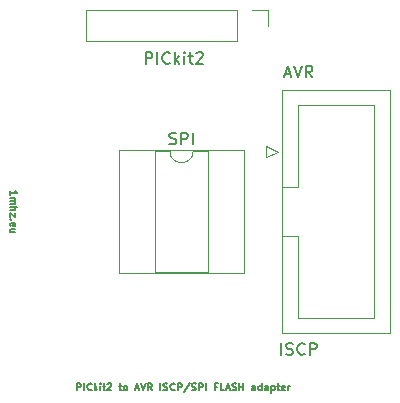
<source format=gbr>
%TF.GenerationSoftware,KiCad,Pcbnew,5.1.6*%
%TF.CreationDate,2020-09-07T14:06:32+03:00*%
%TF.ProjectId,pickit2_adapter,7069636b-6974-4325-9f61-646170746572,rev?*%
%TF.SameCoordinates,Original*%
%TF.FileFunction,Legend,Top*%
%TF.FilePolarity,Positive*%
%FSLAX46Y46*%
G04 Gerber Fmt 4.6, Leading zero omitted, Abs format (unit mm)*
G04 Created by KiCad (PCBNEW 5.1.6) date 2020-09-07 14:06:32*
%MOMM*%
%LPD*%
G01*
G04 APERTURE LIST*
%ADD10C,0.150000*%
%ADD11C,0.130000*%
%ADD12C,0.120000*%
G04 APERTURE END LIST*
D10*
X99361809Y-66873380D02*
X99361809Y-65873380D01*
X99790380Y-66825761D02*
X99933238Y-66873380D01*
X100171333Y-66873380D01*
X100266571Y-66825761D01*
X100314190Y-66778142D01*
X100361809Y-66682904D01*
X100361809Y-66587666D01*
X100314190Y-66492428D01*
X100266571Y-66444809D01*
X100171333Y-66397190D01*
X99980857Y-66349571D01*
X99885619Y-66301952D01*
X99838000Y-66254333D01*
X99790380Y-66159095D01*
X99790380Y-66063857D01*
X99838000Y-65968619D01*
X99885619Y-65921000D01*
X99980857Y-65873380D01*
X100218952Y-65873380D01*
X100361809Y-65921000D01*
X101361809Y-66778142D02*
X101314190Y-66825761D01*
X101171333Y-66873380D01*
X101076095Y-66873380D01*
X100933238Y-66825761D01*
X100838000Y-66730523D01*
X100790380Y-66635285D01*
X100742761Y-66444809D01*
X100742761Y-66301952D01*
X100790380Y-66111476D01*
X100838000Y-66016238D01*
X100933238Y-65921000D01*
X101076095Y-65873380D01*
X101171333Y-65873380D01*
X101314190Y-65921000D01*
X101361809Y-65968619D01*
X101790380Y-66873380D02*
X101790380Y-65873380D01*
X102171333Y-65873380D01*
X102266571Y-65921000D01*
X102314190Y-65968619D01*
X102361809Y-66063857D01*
X102361809Y-66206714D01*
X102314190Y-66301952D01*
X102266571Y-66349571D01*
X102171333Y-66397190D01*
X101790380Y-66397190D01*
D11*
X76436571Y-53322714D02*
X76436571Y-52979857D01*
X76436571Y-53151285D02*
X77036571Y-53151285D01*
X76950857Y-53094142D01*
X76893714Y-53037000D01*
X76865142Y-52979857D01*
X76436571Y-53579857D02*
X76836571Y-53579857D01*
X76779428Y-53579857D02*
X76808000Y-53608428D01*
X76836571Y-53665571D01*
X76836571Y-53751285D01*
X76808000Y-53808428D01*
X76750857Y-53837000D01*
X76436571Y-53837000D01*
X76750857Y-53837000D02*
X76808000Y-53865571D01*
X76836571Y-53922714D01*
X76836571Y-54008428D01*
X76808000Y-54065571D01*
X76750857Y-54094142D01*
X76436571Y-54094142D01*
X76436571Y-54379857D02*
X77036571Y-54379857D01*
X76436571Y-54637000D02*
X76750857Y-54637000D01*
X76808000Y-54608428D01*
X76836571Y-54551285D01*
X76836571Y-54465571D01*
X76808000Y-54408428D01*
X76779428Y-54379857D01*
X76836571Y-54865571D02*
X76836571Y-55179857D01*
X76436571Y-54865571D01*
X76436571Y-55179857D01*
X76493714Y-55408428D02*
X76465142Y-55437000D01*
X76436571Y-55408428D01*
X76465142Y-55379857D01*
X76493714Y-55408428D01*
X76436571Y-55408428D01*
X76465142Y-55922714D02*
X76436571Y-55865571D01*
X76436571Y-55751285D01*
X76465142Y-55694142D01*
X76522285Y-55665571D01*
X76750857Y-55665571D01*
X76808000Y-55694142D01*
X76836571Y-55751285D01*
X76836571Y-55865571D01*
X76808000Y-55922714D01*
X76750857Y-55951285D01*
X76693714Y-55951285D01*
X76636571Y-55665571D01*
X76836571Y-56465571D02*
X76436571Y-56465571D01*
X76836571Y-56208428D02*
X76522285Y-56208428D01*
X76465142Y-56237000D01*
X76436571Y-56294142D01*
X76436571Y-56379857D01*
X76465142Y-56437000D01*
X76493714Y-56465571D01*
X82087571Y-69867428D02*
X82087571Y-69267428D01*
X82316142Y-69267428D01*
X82373285Y-69296000D01*
X82401857Y-69324571D01*
X82430428Y-69381714D01*
X82430428Y-69467428D01*
X82401857Y-69524571D01*
X82373285Y-69553142D01*
X82316142Y-69581714D01*
X82087571Y-69581714D01*
X82687571Y-69867428D02*
X82687571Y-69267428D01*
X83316142Y-69810285D02*
X83287571Y-69838857D01*
X83201857Y-69867428D01*
X83144714Y-69867428D01*
X83059000Y-69838857D01*
X83001857Y-69781714D01*
X82973285Y-69724571D01*
X82944714Y-69610285D01*
X82944714Y-69524571D01*
X82973285Y-69410285D01*
X83001857Y-69353142D01*
X83059000Y-69296000D01*
X83144714Y-69267428D01*
X83201857Y-69267428D01*
X83287571Y-69296000D01*
X83316142Y-69324571D01*
X83573285Y-69867428D02*
X83573285Y-69267428D01*
X83630428Y-69638857D02*
X83801857Y-69867428D01*
X83801857Y-69467428D02*
X83573285Y-69696000D01*
X84059000Y-69867428D02*
X84059000Y-69467428D01*
X84059000Y-69267428D02*
X84030428Y-69296000D01*
X84059000Y-69324571D01*
X84087571Y-69296000D01*
X84059000Y-69267428D01*
X84059000Y-69324571D01*
X84259000Y-69467428D02*
X84487571Y-69467428D01*
X84344714Y-69267428D02*
X84344714Y-69781714D01*
X84373285Y-69838857D01*
X84430428Y-69867428D01*
X84487571Y-69867428D01*
X84659000Y-69324571D02*
X84687571Y-69296000D01*
X84744714Y-69267428D01*
X84887571Y-69267428D01*
X84944714Y-69296000D01*
X84973285Y-69324571D01*
X85001857Y-69381714D01*
X85001857Y-69438857D01*
X84973285Y-69524571D01*
X84630428Y-69867428D01*
X85001857Y-69867428D01*
X85630428Y-69467428D02*
X85859000Y-69467428D01*
X85716142Y-69267428D02*
X85716142Y-69781714D01*
X85744714Y-69838857D01*
X85801857Y-69867428D01*
X85859000Y-69867428D01*
X86144714Y-69867428D02*
X86087571Y-69838857D01*
X86059000Y-69810285D01*
X86030428Y-69753142D01*
X86030428Y-69581714D01*
X86059000Y-69524571D01*
X86087571Y-69496000D01*
X86144714Y-69467428D01*
X86230428Y-69467428D01*
X86287571Y-69496000D01*
X86316142Y-69524571D01*
X86344714Y-69581714D01*
X86344714Y-69753142D01*
X86316142Y-69810285D01*
X86287571Y-69838857D01*
X86230428Y-69867428D01*
X86144714Y-69867428D01*
X87030428Y-69696000D02*
X87316142Y-69696000D01*
X86973285Y-69867428D02*
X87173285Y-69267428D01*
X87373285Y-69867428D01*
X87487571Y-69267428D02*
X87687571Y-69867428D01*
X87887571Y-69267428D01*
X88430428Y-69867428D02*
X88230428Y-69581714D01*
X88087571Y-69867428D02*
X88087571Y-69267428D01*
X88316142Y-69267428D01*
X88373285Y-69296000D01*
X88401857Y-69324571D01*
X88430428Y-69381714D01*
X88430428Y-69467428D01*
X88401857Y-69524571D01*
X88373285Y-69553142D01*
X88316142Y-69581714D01*
X88087571Y-69581714D01*
X89144714Y-69867428D02*
X89144714Y-69267428D01*
X89401857Y-69838857D02*
X89487571Y-69867428D01*
X89630428Y-69867428D01*
X89687571Y-69838857D01*
X89716142Y-69810285D01*
X89744714Y-69753142D01*
X89744714Y-69696000D01*
X89716142Y-69638857D01*
X89687571Y-69610285D01*
X89630428Y-69581714D01*
X89516142Y-69553142D01*
X89459000Y-69524571D01*
X89430428Y-69496000D01*
X89401857Y-69438857D01*
X89401857Y-69381714D01*
X89430428Y-69324571D01*
X89459000Y-69296000D01*
X89516142Y-69267428D01*
X89659000Y-69267428D01*
X89744714Y-69296000D01*
X90344714Y-69810285D02*
X90316142Y-69838857D01*
X90230428Y-69867428D01*
X90173285Y-69867428D01*
X90087571Y-69838857D01*
X90030428Y-69781714D01*
X90001857Y-69724571D01*
X89973285Y-69610285D01*
X89973285Y-69524571D01*
X90001857Y-69410285D01*
X90030428Y-69353142D01*
X90087571Y-69296000D01*
X90173285Y-69267428D01*
X90230428Y-69267428D01*
X90316142Y-69296000D01*
X90344714Y-69324571D01*
X90601857Y-69867428D02*
X90601857Y-69267428D01*
X90830428Y-69267428D01*
X90887571Y-69296000D01*
X90916142Y-69324571D01*
X90944714Y-69381714D01*
X90944714Y-69467428D01*
X90916142Y-69524571D01*
X90887571Y-69553142D01*
X90830428Y-69581714D01*
X90601857Y-69581714D01*
X91630428Y-69238857D02*
X91116142Y-70010285D01*
X91801857Y-69838857D02*
X91887571Y-69867428D01*
X92030428Y-69867428D01*
X92087571Y-69838857D01*
X92116142Y-69810285D01*
X92144714Y-69753142D01*
X92144714Y-69696000D01*
X92116142Y-69638857D01*
X92087571Y-69610285D01*
X92030428Y-69581714D01*
X91916142Y-69553142D01*
X91859000Y-69524571D01*
X91830428Y-69496000D01*
X91801857Y-69438857D01*
X91801857Y-69381714D01*
X91830428Y-69324571D01*
X91859000Y-69296000D01*
X91916142Y-69267428D01*
X92059000Y-69267428D01*
X92144714Y-69296000D01*
X92401857Y-69867428D02*
X92401857Y-69267428D01*
X92630428Y-69267428D01*
X92687571Y-69296000D01*
X92716142Y-69324571D01*
X92744714Y-69381714D01*
X92744714Y-69467428D01*
X92716142Y-69524571D01*
X92687571Y-69553142D01*
X92630428Y-69581714D01*
X92401857Y-69581714D01*
X93001857Y-69867428D02*
X93001857Y-69267428D01*
X93944714Y-69553142D02*
X93744714Y-69553142D01*
X93744714Y-69867428D02*
X93744714Y-69267428D01*
X94030428Y-69267428D01*
X94544714Y-69867428D02*
X94259000Y-69867428D01*
X94259000Y-69267428D01*
X94716142Y-69696000D02*
X95001857Y-69696000D01*
X94659000Y-69867428D02*
X94859000Y-69267428D01*
X95059000Y-69867428D01*
X95230428Y-69838857D02*
X95316142Y-69867428D01*
X95459000Y-69867428D01*
X95516142Y-69838857D01*
X95544714Y-69810285D01*
X95573285Y-69753142D01*
X95573285Y-69696000D01*
X95544714Y-69638857D01*
X95516142Y-69610285D01*
X95459000Y-69581714D01*
X95344714Y-69553142D01*
X95287571Y-69524571D01*
X95259000Y-69496000D01*
X95230428Y-69438857D01*
X95230428Y-69381714D01*
X95259000Y-69324571D01*
X95287571Y-69296000D01*
X95344714Y-69267428D01*
X95487571Y-69267428D01*
X95573285Y-69296000D01*
X95830428Y-69867428D02*
X95830428Y-69267428D01*
X95830428Y-69553142D02*
X96173285Y-69553142D01*
X96173285Y-69867428D02*
X96173285Y-69267428D01*
X97173285Y-69867428D02*
X97173285Y-69553142D01*
X97144714Y-69496000D01*
X97087571Y-69467428D01*
X96973285Y-69467428D01*
X96916142Y-69496000D01*
X97173285Y-69838857D02*
X97116142Y-69867428D01*
X96973285Y-69867428D01*
X96916142Y-69838857D01*
X96887571Y-69781714D01*
X96887571Y-69724571D01*
X96916142Y-69667428D01*
X96973285Y-69638857D01*
X97116142Y-69638857D01*
X97173285Y-69610285D01*
X97716142Y-69867428D02*
X97716142Y-69267428D01*
X97716142Y-69838857D02*
X97659000Y-69867428D01*
X97544714Y-69867428D01*
X97487571Y-69838857D01*
X97459000Y-69810285D01*
X97430428Y-69753142D01*
X97430428Y-69581714D01*
X97459000Y-69524571D01*
X97487571Y-69496000D01*
X97544714Y-69467428D01*
X97659000Y-69467428D01*
X97716142Y-69496000D01*
X98259000Y-69867428D02*
X98259000Y-69553142D01*
X98230428Y-69496000D01*
X98173285Y-69467428D01*
X98059000Y-69467428D01*
X98001857Y-69496000D01*
X98259000Y-69838857D02*
X98201857Y-69867428D01*
X98059000Y-69867428D01*
X98001857Y-69838857D01*
X97973285Y-69781714D01*
X97973285Y-69724571D01*
X98001857Y-69667428D01*
X98059000Y-69638857D01*
X98201857Y-69638857D01*
X98259000Y-69610285D01*
X98544714Y-69467428D02*
X98544714Y-70067428D01*
X98544714Y-69496000D02*
X98601857Y-69467428D01*
X98716142Y-69467428D01*
X98773285Y-69496000D01*
X98801857Y-69524571D01*
X98830428Y-69581714D01*
X98830428Y-69753142D01*
X98801857Y-69810285D01*
X98773285Y-69838857D01*
X98716142Y-69867428D01*
X98601857Y-69867428D01*
X98544714Y-69838857D01*
X99001857Y-69467428D02*
X99230428Y-69467428D01*
X99087571Y-69267428D02*
X99087571Y-69781714D01*
X99116142Y-69838857D01*
X99173285Y-69867428D01*
X99230428Y-69867428D01*
X99659000Y-69838857D02*
X99601857Y-69867428D01*
X99487571Y-69867428D01*
X99430428Y-69838857D01*
X99401857Y-69781714D01*
X99401857Y-69553142D01*
X99430428Y-69496000D01*
X99487571Y-69467428D01*
X99601857Y-69467428D01*
X99659000Y-69496000D01*
X99687571Y-69553142D01*
X99687571Y-69610285D01*
X99401857Y-69667428D01*
X99944714Y-69867428D02*
X99944714Y-69467428D01*
X99944714Y-69581714D02*
X99973285Y-69524571D01*
X100001857Y-69496000D01*
X100059000Y-69467428D01*
X100116142Y-69467428D01*
D12*
%TO.C,SPI*%
X89932000Y-49597000D02*
X88682000Y-49597000D01*
X88682000Y-49597000D02*
X88682000Y-59877000D01*
X88682000Y-59877000D02*
X93182000Y-59877000D01*
X93182000Y-59877000D02*
X93182000Y-49597000D01*
X93182000Y-49597000D02*
X91932000Y-49597000D01*
X85682000Y-49537000D02*
X85682000Y-59937000D01*
X85682000Y-59937000D02*
X96182000Y-59937000D01*
X96182000Y-59937000D02*
X96182000Y-49537000D01*
X96182000Y-49537000D02*
X85682000Y-49537000D01*
X91932000Y-49597000D02*
G75*
G02*
X89932000Y-49597000I-1000000J0D01*
G01*
%TO.C,AVR*%
X98063000Y-50157000D02*
X99063000Y-49657000D01*
X98063000Y-49157000D02*
X98063000Y-50157000D01*
X99063000Y-49657000D02*
X98063000Y-49157000D01*
X100763000Y-56787000D02*
X99453000Y-56787000D01*
X100763000Y-56787000D02*
X100763000Y-56787000D01*
X100763000Y-63727000D02*
X100763000Y-56787000D01*
X107263000Y-63727000D02*
X100763000Y-63727000D01*
X107263000Y-45747000D02*
X107263000Y-63727000D01*
X100763000Y-45747000D02*
X107263000Y-45747000D01*
X100763000Y-52687000D02*
X100763000Y-45747000D01*
X99453000Y-52687000D02*
X100763000Y-52687000D01*
X99453000Y-65027000D02*
X99453000Y-44447000D01*
X108573000Y-65027000D02*
X99453000Y-65027000D01*
X108573000Y-44447000D02*
X108573000Y-65027000D01*
X99453000Y-44447000D02*
X108573000Y-44447000D01*
%TO.C,PICkit2*%
X98231000Y-37659000D02*
X98231000Y-38989000D01*
X96901000Y-37659000D02*
X98231000Y-37659000D01*
X95631000Y-37659000D02*
X95631000Y-40319000D01*
X95631000Y-40319000D02*
X82871000Y-40319000D01*
X95631000Y-37659000D02*
X82871000Y-37659000D01*
X82871000Y-37659000D02*
X82871000Y-40319000D01*
%TO.C,SPI*%
D10*
X89908190Y-49001761D02*
X90051047Y-49049380D01*
X90289142Y-49049380D01*
X90384380Y-49001761D01*
X90432000Y-48954142D01*
X90479619Y-48858904D01*
X90479619Y-48763666D01*
X90432000Y-48668428D01*
X90384380Y-48620809D01*
X90289142Y-48573190D01*
X90098666Y-48525571D01*
X90003428Y-48477952D01*
X89955809Y-48430333D01*
X89908190Y-48335095D01*
X89908190Y-48239857D01*
X89955809Y-48144619D01*
X90003428Y-48097000D01*
X90098666Y-48049380D01*
X90336761Y-48049380D01*
X90479619Y-48097000D01*
X90908190Y-49049380D02*
X90908190Y-48049380D01*
X91289142Y-48049380D01*
X91384380Y-48097000D01*
X91432000Y-48144619D01*
X91479619Y-48239857D01*
X91479619Y-48382714D01*
X91432000Y-48477952D01*
X91384380Y-48525571D01*
X91289142Y-48573190D01*
X90908190Y-48573190D01*
X91908190Y-49049380D02*
X91908190Y-48049380D01*
%TO.C,AVR*%
X99671333Y-43092666D02*
X100147523Y-43092666D01*
X99576095Y-43378380D02*
X99909428Y-42378380D01*
X100242761Y-43378380D01*
X100433238Y-42378380D02*
X100766571Y-43378380D01*
X101099904Y-42378380D01*
X102004666Y-43378380D02*
X101671333Y-42902190D01*
X101433238Y-43378380D02*
X101433238Y-42378380D01*
X101814190Y-42378380D01*
X101909428Y-42426000D01*
X101957047Y-42473619D01*
X102004666Y-42568857D01*
X102004666Y-42711714D01*
X101957047Y-42806952D01*
X101909428Y-42854571D01*
X101814190Y-42902190D01*
X101433238Y-42902190D01*
%TO.C,PICkit2*%
X87892238Y-42235380D02*
X87892238Y-41235380D01*
X88273190Y-41235380D01*
X88368428Y-41283000D01*
X88416047Y-41330619D01*
X88463666Y-41425857D01*
X88463666Y-41568714D01*
X88416047Y-41663952D01*
X88368428Y-41711571D01*
X88273190Y-41759190D01*
X87892238Y-41759190D01*
X88892238Y-42235380D02*
X88892238Y-41235380D01*
X89939857Y-42140142D02*
X89892238Y-42187761D01*
X89749380Y-42235380D01*
X89654142Y-42235380D01*
X89511285Y-42187761D01*
X89416047Y-42092523D01*
X89368428Y-41997285D01*
X89320809Y-41806809D01*
X89320809Y-41663952D01*
X89368428Y-41473476D01*
X89416047Y-41378238D01*
X89511285Y-41283000D01*
X89654142Y-41235380D01*
X89749380Y-41235380D01*
X89892238Y-41283000D01*
X89939857Y-41330619D01*
X90368428Y-42235380D02*
X90368428Y-41235380D01*
X90463666Y-41854428D02*
X90749380Y-42235380D01*
X90749380Y-41568714D02*
X90368428Y-41949666D01*
X91177952Y-42235380D02*
X91177952Y-41568714D01*
X91177952Y-41235380D02*
X91130333Y-41283000D01*
X91177952Y-41330619D01*
X91225571Y-41283000D01*
X91177952Y-41235380D01*
X91177952Y-41330619D01*
X91511285Y-41568714D02*
X91892238Y-41568714D01*
X91654142Y-41235380D02*
X91654142Y-42092523D01*
X91701761Y-42187761D01*
X91797000Y-42235380D01*
X91892238Y-42235380D01*
X92177952Y-41330619D02*
X92225571Y-41283000D01*
X92320809Y-41235380D01*
X92558904Y-41235380D01*
X92654142Y-41283000D01*
X92701761Y-41330619D01*
X92749380Y-41425857D01*
X92749380Y-41521095D01*
X92701761Y-41663952D01*
X92130333Y-42235380D01*
X92749380Y-42235380D01*
%TD*%
M02*

</source>
